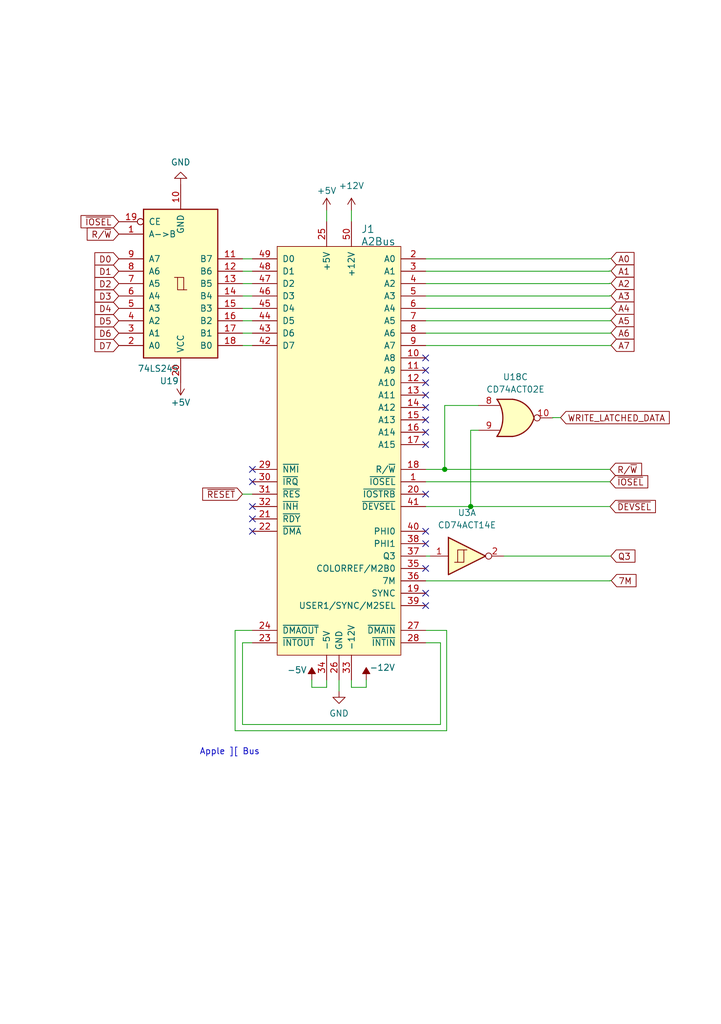
<source format=kicad_sch>
(kicad_sch (version 20230121) (generator eeschema)
  (paper "A5" portrait)
  (title_block (title "MicroSci Floppy Controller (Apple bus interface)") (date "2023-08-25") (rev "0.3") (company "RyuCats"))
  (lib_symbols
    (symbol "74xx:74LS02" (pin_names (offset 1.016))
      (property "Reference" "U" (at 0 1.27 0))
      (property "Value" "74LS02" (at 0 -1.27 0))
      (symbol "74LS02_1_1"
        (arc (start -3.81 -3.81) (mid -2.589 0) (end -3.81 3.81) (stroke (width 0.254)))
        (arc (start -0.6096 -3.81) (mid 2.1842 -2.5851) (end 3.81 0) (stroke (width 0.254)) (fill (type background)))
        (polyline (pts (xy -3.81 -3.81) (xy -0.635 -3.81)) (stroke (width 0.254)) (fill (type background)))
        (polyline (pts (xy -3.81 3.81) (xy -0.635 3.81)) (stroke (width 0.254)) (fill (type background)))
        (polyline (pts (xy -0.635 3.81) (xy -3.81 3.81) (xy -3.81 3.81) (xy -3.556 3.4036) (xy -3.0226 2.2606) (xy -2.6924 1.0414) (xy -2.6162 -0.254) (xy -2.7686 -1.4986) (xy -3.175 -2.7178) (xy -3.81 -3.81) (xy -3.81 -3.81) (xy -0.635 -3.81)) (stroke (width -25.4)) (fill (type background)))
        (arc (start 3.81 0) (mid 2.1915 2.5936) (end -0.6096 3.81) (stroke (width 0.254)) (fill (type background)))
        (pin output inverted (at 7.62 0 180) (length 3.81) (name "~") (number "1"))
        (pin input line (at -7.62 2.54 0) (length 4.318) (name "~") (number "2"))
        (pin input line (at -7.62 -2.54 0) (length 4.318) (name "~") (number "3"))
      )
      (symbol "74LS02_1_2"
        (arc (start 0 -3.81) (mid 3.7934 0) (end 0 3.81) (stroke (width 0.254)) (fill (type background)))
        (polyline (pts (xy 0 3.81) (xy -3.81 3.81) (xy -3.81 -3.81) (xy 0 -3.81)) (stroke (width 0.254)) (fill (type background)))
        (pin output line (at 7.62 0 180) (length 3.81) (name "~") (number "1"))
        (pin input inverted (at -7.62 2.54 0) (length 3.81) (name "~") (number "2"))
        (pin input inverted (at -7.62 -2.54 0) (length 3.81) (name "~") (number "3"))
      )
      (symbol "74LS02_2_1"
        (arc (start -3.81 -3.81) (mid -2.589 0) (end -3.81 3.81) (stroke (width 0.254)))
        (arc (start -0.6096 -3.81) (mid 2.1842 -2.5851) (end 3.81 0) (stroke (width 0.254)) (fill (type background)))
        (polyline (pts (xy -3.81 -3.81) (xy -0.635 -3.81)) (stroke (width 0.254)) (fill (type background)))
        (polyline (pts (xy -3.81 3.81) (xy -0.635 3.81)) (stroke (width 0.254)) (fill (type background)))
        (polyline (pts (xy -0.635 3.81) (xy -3.81 3.81) (xy -3.81 3.81) (xy -3.556 3.4036) (xy -3.0226 2.2606) (xy -2.6924 1.0414) (xy -2.6162 -0.254) (xy -2.7686 -1.4986) (xy -3.175 -2.7178) (xy -3.81 -3.81) (xy -3.81 -3.81) (xy -0.635 -3.81)) (stroke (width -25.4)) (fill (type background)))
        (arc (start 3.81 0) (mid 2.1915 2.5936) (end -0.6096 3.81) (stroke (width 0.254)) (fill (type background)))
        (pin output inverted (at 7.62 0 180) (length 3.81) (name "~") (number "4"))
        (pin input line (at -7.62 2.54 0) (length 4.318) (name "~") (number "5"))
        (pin input line (at -7.62 -2.54 0) (length 4.318) (name "~") (number "6"))
      )
      (symbol "74LS02_2_2"
        (arc (start 0 -3.81) (mid 3.7934 0) (end 0 3.81) (stroke (width 0.254)) (fill (type background)))
        (polyline (pts (xy 0 3.81) (xy -3.81 3.81) (xy -3.81 -3.81) (xy 0 -3.81)) (stroke (width 0.254)) (fill (type background)))
        (pin output line (at 7.62 0 180) (length 3.81) (name "~") (number "4"))
        (pin input inverted (at -7.62 2.54 0) (length 3.81) (name "~") (number "5"))
        (pin input inverted (at -7.62 -2.54 0) (length 3.81) (name "~") (number "6"))
      )
      (symbol "74LS02_3_1"
        (arc (start -3.81 -3.81) (mid -2.589 0) (end -3.81 3.81) (stroke (width 0.254)))
        (arc (start -0.6096 -3.81) (mid 2.1842 -2.5851) (end 3.81 0) (stroke (width 0.254)) (fill (type background)))
        (polyline (pts (xy -3.81 -3.81) (xy -0.635 -3.81)) (stroke (width 0.254)) (fill (type background)))
        (polyline (pts (xy -3.81 3.81) (xy -0.635 3.81)) (stroke (width 0.254)) (fill (type background)))
        (polyline (pts (xy -0.635 3.81) (xy -3.81 3.81) (xy -3.81 3.81) (xy -3.556 3.4036) (xy -3.0226 2.2606) (xy -2.6924 1.0414) (xy -2.6162 -0.254) (xy -2.7686 -1.4986) (xy -3.175 -2.7178) (xy -3.81 -3.81) (xy -3.81 -3.81) (xy -0.635 -3.81)) (stroke (width -25.4)) (fill (type background)))
        (arc (start 3.81 0) (mid 2.1915 2.5936) (end -0.6096 3.81) (stroke (width 0.254)) (fill (type background)))
        (pin output inverted (at 7.62 0 180) (length 3.81) (name "~") (number "10"))
        (pin input line (at -7.62 2.54 0) (length 4.318) (name "~") (number "8"))
        (pin input line (at -7.62 -2.54 0) (length 4.318) (name "~") (number "9"))
      )
      (symbol "74LS02_3_2"
        (arc (start 0 -3.81) (mid 3.7934 0) (end 0 3.81) (stroke (width 0.254)) (fill (type background)))
        (polyline (pts (xy 0 3.81) (xy -3.81 3.81) (xy -3.81 -3.81) (xy 0 -3.81)) (stroke (width 0.254)) (fill (type background)))
        (pin output line (at 7.62 0 180) (length 3.81) (name "~") (number "10"))
        (pin input inverted (at -7.62 2.54 0) (length 3.81) (name "~") (number "8"))
        (pin input inverted (at -7.62 -2.54 0) (length 3.81) (name "~") (number "9"))
      )
      (symbol "74LS02_4_1"
        (arc (start -3.81 -3.81) (mid -2.589 0) (end -3.81 3.81) (stroke (width 0.254)))
        (arc (start -0.6096 -3.81) (mid 2.1842 -2.5851) (end 3.81 0) (stroke (width 0.254)) (fill (type background)))
        (polyline (pts (xy -3.81 -3.81) (xy -0.635 -3.81)) (stroke (width 0.254)) (fill (type background)))
        (polyline (pts (xy -3.81 3.81) (xy -0.635 3.81)) (stroke (width 0.254)) (fill (type background)))
        (polyline (pts (xy -0.635 3.81) (xy -3.81 3.81) (xy -3.81 3.81) (xy -3.556 3.4036) (xy -3.0226 2.2606) (xy -2.6924 1.0414) (xy -2.6162 -0.254) (xy -2.7686 -1.4986) (xy -3.175 -2.7178) (xy -3.81 -3.81) (xy -3.81 -3.81) (xy -0.635 -3.81)) (stroke (width -25.4)) (fill (type background)))
        (arc (start 3.81 0) (mid 2.1915 2.5936) (end -0.6096 3.81) (stroke (width 0.254)) (fill (type background)))
        (pin input line (at -7.62 2.54 0) (length 4.318) (name "~") (number "11"))
        (pin input line (at -7.62 -2.54 0) (length 4.318) (name "~") (number "12"))
        (pin output inverted (at 7.62 0 180) (length 3.81) (name "~") (number "13"))
      )
      (symbol "74LS02_4_2"
        (arc (start 0 -3.81) (mid 3.7934 0) (end 0 3.81) (stroke (width 0.254)) (fill (type background)))
        (polyline (pts (xy 0 3.81) (xy -3.81 3.81) (xy -3.81 -3.81) (xy 0 -3.81)) (stroke (width 0.254)) (fill (type background)))
        (pin input inverted (at -7.62 2.54 0) (length 3.81) (name "~") (number "11"))
        (pin input inverted (at -7.62 -2.54 0) (length 3.81) (name "~") (number "12"))
        (pin output line (at 7.62 0 180) (length 3.81) (name "~") (number "13"))
      )
      (symbol "74LS02_5_0"
        (pin power_in line (at 0 12.7 270) (length 5.08) (name "VCC") (number "14"))
        (pin power_in line (at 0 -12.7 90) (length 5.08) (name "GND") (number "7"))
      )
      (symbol "74LS02_5_1"
        (rectangle (start -5.08 7.62) (end 5.08 -7.62) (stroke (width 0.254)) (fill (type background)))
      )
    )
    (symbol "74xx:74LS14" (pin_names (offset 1.016))
      (property "Reference" "U" (at 0 1.27 0))
      (property "Value" "74LS14" (at 0 -1.27 0))
      (symbol "74LS14_1_0"
        (polyline (pts (xy -3.81 3.81) (xy -3.81 -3.81) (xy 3.81 0) (xy -3.81 3.81)) (stroke (width 0.254)) (fill (type background)))
        (pin input line (at -7.62 0 0) (length 3.81) (name "~") (number "1"))
        (pin output inverted (at 7.62 0 180) (length 3.81) (name "~") (number "2"))
      )
      (symbol "74LS14_1_1"
        (polyline (pts (xy -1.905 -1.27) (xy -1.905 1.27) (xy -0.635 1.27)))
        (polyline (pts (xy -2.54 -1.27) (xy -0.635 -1.27) (xy -0.635 1.27) (xy 0 1.27)))
      )
      (symbol "74LS14_2_0"
        (polyline (pts (xy -3.81 3.81) (xy -3.81 -3.81) (xy 3.81 0) (xy -3.81 3.81)) (stroke (width 0.254)) (fill (type background)))
        (pin input line (at -7.62 0 0) (length 3.81) (name "~") (number "3"))
        (pin output inverted (at 7.62 0 180) (length 3.81) (name "~") (number "4"))
      )
      (symbol "74LS14_2_1"
        (polyline (pts (xy -1.905 -1.27) (xy -1.905 1.27) (xy -0.635 1.27)))
        (polyline (pts (xy -2.54 -1.27) (xy -0.635 -1.27) (xy -0.635 1.27) (xy 0 1.27)))
      )
      (symbol "74LS14_3_0"
        (polyline (pts (xy -3.81 3.81) (xy -3.81 -3.81) (xy 3.81 0) (xy -3.81 3.81)) (stroke (width 0.254)) (fill (type background)))
        (pin input line (at -7.62 0 0) (length 3.81) (name "~") (number "5"))
        (pin output inverted (at 7.62 0 180) (length 3.81) (name "~") (number "6"))
      )
      (symbol "74LS14_3_1"
        (polyline (pts (xy -1.905 -1.27) (xy -1.905 1.27) (xy -0.635 1.27)))
        (polyline (pts (xy -2.54 -1.27) (xy -0.635 -1.27) (xy -0.635 1.27) (xy 0 1.27)))
      )
      (symbol "74LS14_4_0"
        (polyline (pts (xy -3.81 3.81) (xy -3.81 -3.81) (xy 3.81 0) (xy -3.81 3.81)) (stroke (width 0.254)) (fill (type background)))
        (pin output inverted (at 7.62 0 180) (length 3.81) (name "~") (number "8"))
        (pin input line (at -7.62 0 0) (length 3.81) (name "~") (number "9"))
      )
      (symbol "74LS14_4_1"
        (polyline (pts (xy -1.905 -1.27) (xy -1.905 1.27) (xy -0.635 1.27)))
        (polyline (pts (xy -2.54 -1.27) (xy -0.635 -1.27) (xy -0.635 1.27) (xy 0 1.27)))
      )
      (symbol "74LS14_5_0"
        (polyline (pts (xy -3.81 3.81) (xy -3.81 -3.81) (xy 3.81 0) (xy -3.81 3.81)) (stroke (width 0.254)) (fill (type background)))
        (pin output inverted (at 7.62 0 180) (length 3.81) (name "~") (number "10"))
        (pin input line (at -7.62 0 0) (length 3.81) (name "~") (number "11"))
      )
      (symbol "74LS14_5_1"
        (polyline (pts (xy -1.905 -1.27) (xy -1.905 1.27) (xy -0.635 1.27)))
        (polyline (pts (xy -2.54 -1.27) (xy -0.635 -1.27) (xy -0.635 1.27) (xy 0 1.27)))
      )
      (symbol "74LS14_6_0"
        (polyline (pts (xy -3.81 3.81) (xy -3.81 -3.81) (xy 3.81 0) (xy -3.81 3.81)) (stroke (width 0.254)) (fill (type background)))
        (pin output inverted (at 7.62 0 180) (length 3.81) (name "~") (number "12"))
        (pin input line (at -7.62 0 0) (length 3.81) (name "~") (number "13"))
      )
      (symbol "74LS14_6_1"
        (polyline (pts (xy -1.905 -1.27) (xy -1.905 1.27) (xy -0.635 1.27)))
        (polyline (pts (xy -2.54 -1.27) (xy -0.635 -1.27) (xy -0.635 1.27) (xy 0 1.27)))
      )
      (symbol "74LS14_7_0"
        (pin power_in line (at 0 12.7 270) (length 5.08) (name "VCC") (number "14"))
        (pin power_in line (at 0 -12.7 90) (length 5.08) (name "GND") (number "7"))
      )
      (symbol "74LS14_7_1"
        (rectangle (start -5.08 7.62) (end 5.08 -7.62) (stroke (width 0.254)) (fill (type background)))
      )
    )
    (symbol "74xx:74LS245" (pin_names (offset 1.016))
      (property "Reference" "U" (at -7.62 16.51 0))
      (property "Value" "74LS245" (at -7.62 -16.51 0))
      (symbol "74LS245_1_0"
        (polyline (pts (xy -0.635 -1.27) (xy -0.635 1.27) (xy 0.635 1.27)))
        (polyline (pts (xy -1.27 -1.27) (xy 0.635 -1.27) (xy 0.635 1.27) (xy 1.27 1.27)))
        (pin input line (at -12.7 -10.16 0) (length 5.08) (name "A->B") (number "1"))
        (pin power_in line (at 0 -20.32 90) (length 5.08) (name "GND") (number "10"))
        (pin tri_state line (at 12.7 -5.08 180) (length 5.08) (name "B7") (number "11"))
        (pin tri_state line (at 12.7 -2.54 180) (length 5.08) (name "B6") (number "12"))
        (pin tri_state line (at 12.7 0 180) (length 5.08) (name "B5") (number "13"))
        (pin tri_state line (at 12.7 2.54 180) (length 5.08) (name "B4") (number "14"))
        (pin tri_state line (at 12.7 5.08 180) (length 5.08) (name "B3") (number "15"))
        (pin tri_state line (at 12.7 7.62 180) (length 5.08) (name "B2") (number "16"))
        (pin tri_state line (at 12.7 10.16 180) (length 5.08) (name "B1") (number "17"))
        (pin tri_state line (at 12.7 12.7 180) (length 5.08) (name "B0") (number "18"))
        (pin input inverted (at -12.7 -12.7 0) (length 5.08) (name "CE") (number "19"))
        (pin tri_state line (at -12.7 12.7 0) (length 5.08) (name "A0") (number "2"))
        (pin power_in line (at 0 20.32 270) (length 5.08) (name "VCC") (number "20"))
        (pin tri_state line (at -12.7 10.16 0) (length 5.08) (name "A1") (number "3"))
        (pin tri_state line (at -12.7 7.62 0) (length 5.08) (name "A2") (number "4"))
        (pin tri_state line (at -12.7 5.08 0) (length 5.08) (name "A3") (number "5"))
        (pin tri_state line (at -12.7 2.54 0) (length 5.08) (name "A4") (number "6"))
        (pin tri_state line (at -12.7 0 0) (length 5.08) (name "A5") (number "7"))
        (pin tri_state line (at -12.7 -2.54 0) (length 5.08) (name "A6") (number "8"))
        (pin tri_state line (at -12.7 -5.08 0) (length 5.08) (name "A7") (number "9"))
      )
      (symbol "74LS245_1_1"
        (rectangle (start -7.62 15.24) (end 7.62 -15.24) (stroke (width 0.254)) (fill (type background)))
      )
    )
    (symbol "apple2:A2Bus" (pin_names (offset 1.016))
      (property "Reference" "P" (at -6.35 45.085 0))
      (property "Value" "A2Bus" (at -6.35 42.545 0))
      (symbol "A2Bus_0_1"
        (rectangle (start -12.7 40.64) (end 12.7 -43.18) (fill (type background)))
      )
      (symbol "A2Bus_1_1"
        (pin output line (at 17.78 -7.62 180) (length 5.08) (name "~{IOSEL}") (number "1"))
        (pin bidirectional line (at 17.78 17.78 180) (length 5.08) (name "A8") (number "10"))
        (pin bidirectional line (at 17.78 15.24 180) (length 5.08) (name "A9") (number "11"))
        (pin bidirectional line (at 17.78 12.7 180) (length 5.08) (name "A10") (number "12"))
        (pin bidirectional line (at 17.78 10.16 180) (length 5.08) (name "A11") (number "13"))
        (pin bidirectional line (at 17.78 7.62 180) (length 5.08) (name "A12") (number "14"))
        (pin bidirectional line (at 17.78 5.08 180) (length 5.08) (name "A13") (number "15"))
        (pin bidirectional line (at 17.78 2.54 180) (length 5.08) (name "A14") (number "16"))
        (pin bidirectional line (at 17.78 0 180) (length 5.08) (name "A15") (number "17"))
        (pin bidirectional line (at 17.78 -5.08 180) (length 5.08) (name "R/~{W}") (number "18"))
        (pin output line (at 17.78 -30.48 180) (length 5.08) (name "SYNC") (number "19"))
        (pin bidirectional line (at 17.78 38.1 180) (length 5.08) (name "A0") (number "2"))
        (pin output line (at 17.78 -10.16 180) (length 5.08) (name "~{IOSTRB}") (number "20"))
        (pin input line (at -17.78 -15.24 0) (length 5.08) (name "~{RDY}") (number "21"))
        (pin input line (at -17.78 -17.78 0) (length 5.08) (name "~{DMA}") (number "22"))
        (pin input line (at -17.78 -40.64 0) (length 5.08) (name "~{INTOUT}") (number "23"))
        (pin input line (at -17.78 -38.1 0) (length 5.08) (name "~{DMAOUT}") (number "24"))
        (pin power_out line (at -2.54 45.72 270) (length 5.08) (name "+5V") (number "25"))
        (pin power_out line (at 0 -48.26 90) (length 5.08) (name "GND") (number "26"))
        (pin output line (at 17.78 -38.1 180) (length 5.08) (name "~{DMAIN}") (number "27"))
        (pin output line (at 17.78 -40.64 180) (length 5.08) (name "~{INTIN}") (number "28"))
        (pin input line (at -17.78 -5.08 0) (length 5.08) (name "~{NMI}") (number "29"))
        (pin bidirectional line (at 17.78 35.56 180) (length 5.08) (name "A1") (number "3"))
        (pin input line (at -17.78 -7.62 0) (length 5.08) (name "~{IRQ}") (number "30"))
        (pin bidirectional line (at -17.78 -10.16 0) (length 5.08) (name "~{RES}") (number "31"))
        (pin input line (at -17.78 -12.7 0) (length 5.08) (name "~{INH}") (number "32"))
        (pin power_out line (at 2.54 -48.26 90) (length 5.08) (name "-12V") (number "33"))
        (pin power_out line (at -2.54 -48.26 90) (length 5.08) (name "-5V") (number "34"))
        (pin output line (at 17.78 -25.4 180) (length 5.08) (name "COLORREF/M2B0") (number "35"))
        (pin output line (at 17.78 -27.94 180) (length 5.08) (name "7M") (number "36"))
        (pin output line (at 17.78 -22.86 180) (length 5.08) (name "Q3") (number "37"))
        (pin output line (at 17.78 -20.32 180) (length 5.08) (name "PHI1") (number "38"))
        (pin output line (at 17.78 -33.02 180) (length 5.08) (name "USER1/SYNC/M2SEL") (number "39"))
        (pin bidirectional line (at 17.78 33.02 180) (length 5.08) (name "A2") (number "4"))
        (pin output line (at 17.78 -17.78 180) (length 5.08) (name "PHI0") (number "40"))
        (pin output line (at 17.78 -12.7 180) (length 5.08) (name "~{DEVSEL}") (number "41"))
        (pin bidirectional line (at -17.78 20.32 0) (length 5.08) (name "D7") (number "42"))
        (pin bidirectional line (at -17.78 22.86 0) (length 5.08) (name "D6") (number "43"))
        (pin bidirectional line (at -17.78 25.4 0) (length 5.08) (name "D5") (number "44"))
        (pin bidirectional line (at -17.78 27.94 0) (length 5.08) (name "D4") (number "45"))
        (pin bidirectional line (at -17.78 30.48 0) (length 5.08) (name "D3") (number "46"))
        (pin bidirectional line (at -17.78 33.02 0) (length 5.08) (name "D2") (number "47"))
        (pin bidirectional line (at -17.78 35.56 0) (length 5.08) (name "D1") (number "48"))
        (pin bidirectional line (at -17.78 38.1 0) (length 5.08) (name "D0") (number "49"))
        (pin bidirectional line (at 17.78 30.48 180) (length 5.08) (name "A3") (number "5"))
        (pin power_out line (at 2.54 45.72 270) (length 5.08) (name "+12V") (number "50"))
        (pin bidirectional line (at 17.78 27.94 180) (length 5.08) (name "A4") (number "6"))
        (pin bidirectional line (at 17.78 25.4 180) (length 5.08) (name "A5") (number "7"))
        (pin bidirectional line (at 17.78 22.86 180) (length 5.08) (name "A6") (number "8"))
        (pin bidirectional line (at 17.78 20.32 180) (length 5.08) (name "A7") (number "9"))
      )
    )
    (symbol "power:+12V" (power) (pin_names (offset 0))
      (property "Value" "+12V" (at 0 3.556 0))
      (symbol "+12V_0_1"
        (polyline (pts (xy -0.762 1.27) (xy 0 2.54)))
        (polyline (pts (xy 0 0) (xy 0 2.54)))
        (polyline (pts (xy 0 2.54) (xy 0.762 1.27)))
      )
      (symbol "+12V_1_1"
        (pin power_in line (at 0 0 90) (length 0) hide (name "+12V") (number "1"))
      )
    )
    (symbol "power:+5V" (power) (pin_names (offset 0))
      (property "Value" "+5V" (at 0 3.556 0))
      (symbol "+5V_0_1"
        (polyline (pts (xy -0.762 1.27) (xy 0 2.54)))
        (polyline (pts (xy 0 0) (xy 0 2.54)))
        (polyline (pts (xy 0 2.54) (xy 0.762 1.27)))
      )
      (symbol "+5V_1_1"
        (pin power_in line (at 0 0 90) (length 0) hide (name "+5V") (number "1"))
      )
    )
    (symbol "power:-12V" (power) (pin_names (offset 0))
      (property "Value" "-12V" (at 0 3.81 0))
      (symbol "-12V_0_0"
        (pin power_in line (at 0 0 90) (length 0) hide (name "-12V") (number "1"))
      )
      (symbol "-12V_0_1"
        (polyline (pts (xy 0 0) (xy 0 1.27) (xy 0.762 1.27) (xy 0 2.54) (xy -0.762 1.27) (xy 0 1.27)) (fill (type outline)))
      )
    )
    (symbol "power:-5V" (power) (pin_names (offset 0))
      (property "Value" "-5V" (at 0 3.81 0))
      (symbol "-5V_0_0"
        (pin power_in line (at 0 0 90) (length 0) hide (name "-5V") (number "1"))
      )
      (symbol "-5V_0_1"
        (polyline (pts (xy 0 0) (xy 0 1.27) (xy 0.762 1.27) (xy 0 2.54) (xy -0.762 1.27) (xy 0 1.27)) (fill (type outline)))
      )
    )
    (symbol "power:GND" (power) (pin_names (offset 0))
      (property "Value" "GND" (at 0 -3.81 0))
      (symbol "GND_0_1"
        (polyline (pts (xy 0 0) (xy 0 -1.27) (xy 1.27 -1.27) (xy 0 -2.54) (xy -1.27 -1.27) (xy 0 -1.27)))
      )
      (symbol "GND_1_1"
        (pin power_in line (at 0 0 270) (length 0) hide (name "GND") (number "1"))
      )
    )
  )
  (junction (at 96.6216 103.886))
  (junction (at 91.2876 96.266))
  (no_connect (at 87.376 108.966))
  (no_connect (at 87.376 81.026))
  (no_connect (at 87.376 121.666))
  (no_connect (at 87.376 101.346))
  (no_connect (at 87.376 116.586))
  (no_connect (at 87.376 86.106))
  (no_connect (at 87.376 124.206))
  (no_connect (at 51.816 103.886))
  (no_connect (at 51.816 96.266))
  (no_connect (at 87.376 111.506))
  (no_connect (at 87.376 83.566))
  (no_connect (at 51.816 106.426))
  (no_connect (at 51.816 98.806))
  (no_connect (at 87.376 88.646))
  (no_connect (at 51.816 108.966))
  (no_connect (at 87.376 91.186))
  (no_connect (at 87.376 73.406))
  (no_connect (at 87.376 78.486))
  (no_connect (at 87.376 75.946))
  (wire (pts (xy 96.6216 88.2396) (xy 96.6216 103.886)))
  (wire (pts (xy 51.816 60.706) (xy 49.784 60.706)))
  (wire (pts (xy 48.26 129.286) (xy 48.26 149.86)))
  (wire (pts (xy 48.26 149.86) (xy 91.694 149.86)))
  (wire (pts (xy 91.2876 83.1596) (xy 98.1964 83.1596)))
  (wire (pts (xy 125.2728 65.7352) (xy 125.2728 65.786)))
  (wire (pts (xy 125.1712 60.6552) (xy 125.1712 60.706)))
  (wire (pts (xy 125.0696 55.626) (xy 87.376 55.626)))
  (wire (pts (xy 64.008 139.446) (xy 64.008 140.97)))
  (wire (pts (xy 125.3236 68.2752) (xy 125.4252 68.2752)))
  (wire (pts (xy 125.1204 58.1152) (xy 125.1204 58.166)))
  (wire (pts (xy 125.222 119.126) (xy 87.376 119.126)))
  (wire (pts (xy 90.424 131.826) (xy 87.376 131.826)))
  (wire (pts (xy 51.816 70.866) (xy 49.784 70.866)))
  (wire (pts (xy 125.1204 58.166) (xy 87.376 58.166)))
  (wire (pts (xy 125.1204 58.1152) (xy 125.4252 58.1152)))
  (wire (pts (xy 91.2876 96.266) (xy 125.222 96.266)))
  (wire (pts (xy 125.3744 70.866) (xy 87.376 70.866)))
  (wire (pts (xy 125.2728 65.786) (xy 87.376 65.786)))
  (wire (pts (xy 87.376 98.806) (xy 125.222 98.806)))
  (wire (pts (xy 125.3744 70.8152) (xy 125.3744 70.866)))
  (wire (pts (xy 67.056 43.18) (xy 67.056 45.466)))
  (wire (pts (xy 51.816 58.166) (xy 49.784 58.166)))
  (wire (pts (xy 91.2876 83.1596) (xy 91.2876 96.266)))
  (wire (pts (xy 125.0188 53.0352) (xy 125.0188 53.086)))
  (wire (pts (xy 103.4796 114.046) (xy 125.3744 114.046)))
  (wire (pts (xy 69.596 139.446) (xy 69.596 141.732)))
  (wire (pts (xy 113.4872 85.6996) (xy 113.4872 85.6488)))
  (wire (pts (xy 51.816 55.626) (xy 49.784 55.626)))
  (wire (pts (xy 113.4872 85.6488) (xy 115.062 85.6488)))
  (wire (pts (xy 91.694 129.286) (xy 87.376 129.286)))
  (wire (pts (xy 125.0188 53.086) (xy 87.376 53.086)))
  (wire (pts (xy 51.816 131.826) (xy 49.784 131.826)))
  (wire (pts (xy 125.3236 68.326) (xy 87.376 68.326)))
  (wire (pts (xy 51.816 53.086) (xy 49.784 53.086)))
  (wire (pts (xy 51.816 129.286) (xy 48.26 129.286)))
  (wire (pts (xy 125.0696 55.5752) (xy 125.4252 55.5752)))
  (wire (pts (xy 125.222 119.0752) (xy 125.222 119.126)))
  (wire (pts (xy 87.376 114.046) (xy 88.2396 114.046)))
  (wire (pts (xy 51.816 65.786) (xy 49.784 65.786)))
  (wire (pts (xy 72.136 43.18) (xy 72.136 45.466)))
  (wire (pts (xy 49.784 148.59) (xy 90.424 148.59)))
  (wire (pts (xy 91.694 149.86) (xy 91.694 129.286)))
  (wire (pts (xy 67.056 140.97) (xy 67.056 139.446)))
  (wire (pts (xy 51.816 63.246) (xy 49.784 63.246)))
  (wire (pts (xy 125.3744 70.8152) (xy 125.4252 70.8152)))
  (wire (pts (xy 72.136 140.97) (xy 75.184 140.97)))
  (wire (pts (xy 125.1712 60.6552) (xy 125.4252 60.6552)))
  (wire (pts (xy 49.784 131.826) (xy 49.784 148.59)))
  (wire (pts (xy 64.008 140.97) (xy 67.056 140.97)))
  (wire (pts (xy 125.222 119.0752) (xy 125.476 119.0752)))
  (wire (pts (xy 125.2728 65.7352) (xy 125.4252 65.7352)))
  (wire (pts (xy 72.136 139.446) (xy 72.136 140.97)))
  (wire (pts (xy 87.376 96.266) (xy 91.2876 96.266)))
  (wire (pts (xy 125.1712 60.706) (xy 87.376 60.706)))
  (wire (pts (xy 125.0188 53.0352) (xy 125.4252 53.0352)))
  (wire (pts (xy 125.222 63.246) (xy 87.376 63.246)))
  (wire (pts (xy 125.3236 68.2752) (xy 125.3236 68.326)))
  (wire (pts (xy 113.4364 85.6996) (xy 113.4872 85.6996)))
  (wire (pts (xy 87.376 103.886) (xy 96.6216 103.886)))
  (wire (pts (xy 51.816 68.326) (xy 49.784 68.326)))
  (wire (pts (xy 125.0696 55.5752) (xy 125.0696 55.626)))
  (wire (pts (xy 125.222 63.1952) (xy 125.222 63.246)))
  (wire (pts (xy 125.222 63.1952) (xy 125.4252 63.1952)))
  (wire (pts (xy 51.816 101.346) (xy 49.784 101.346)))
  (wire (pts (xy 90.424 148.59) (xy 90.424 131.826)))
  (wire (pts (xy 96.6216 103.886) (xy 125.222 103.886)))
  (wire (pts (xy 75.184 140.97) (xy 75.184 139.446)))
  (wire (pts (xy 96.6216 88.2396) (xy 98.1964 88.2396)))
  (text "Apple ][ Bus" (at 40.9448 155.0162 0) (effects (font (size 1.27 1.27)) (justify left bottom)))
  (global_label "A6" (shape input) (at 125.4252 68.2752 0) (property "Intersheetrefs" "${INTERSHEET_REFS}" (effects hide)))
  (global_label "D2" (shape input) (at 24.384 58.166 180) (property "Intersheetrefs" "${INTERSHEET_REFS}" (effects hide)))
  (global_label "D3" (shape input) (at 24.384 60.706 180) (property "Intersheetrefs" "${INTERSHEET_REFS}" (effects hide)))
  (global_label "~{IOSEL}" (shape input) (at 24.384 45.466 180) (property "Intersheetrefs" "${INTERSHEET_REFS}" (effects hide)))
  (global_label "R{slash}~{W}" (shape input) (at 24.384 48.006 180) (property "Intersheetrefs" "${INTERSHEET_REFS}" (effects hide)))
  (global_label "D0" (shape input) (at 24.384 53.086 180) (property "Intersheetrefs" "${INTERSHEET_REFS}" (effects hide)))
  (global_label "~{IOSEL}" (shape input) (at 125.222 98.806 0) (property "Intersheetrefs" "${INTERSHEET_REFS}" (effects hide)))
  (global_label "WRITE_LATCHED_DATA" (shape input) (at 115.062 85.6488 0) (property "Intersheetrefs" "${INTERSHEET_REFS}" (effects hide)))
  (global_label "~{RESET}" (shape input) (at 49.784 101.346 180) (property "Intersheetrefs" "${INTERSHEET_REFS}" (effects hide)))
  (global_label "R{slash}~{W}" (shape input) (at 125.222 96.266 0) (property "Intersheetrefs" "${INTERSHEET_REFS}" (effects hide)))
  (global_label "A1" (shape input) (at 125.4252 55.5752 0) (property "Intersheetrefs" "${INTERSHEET_REFS}" (effects hide)))
  (global_label "A7" (shape input) (at 125.4252 70.8152 0) (property "Intersheetrefs" "${INTERSHEET_REFS}" (effects hide)))
  (global_label "D4" (shape input) (at 24.384 63.246 180) (property "Intersheetrefs" "${INTERSHEET_REFS}" (effects hide)))
  (global_label "A3" (shape input) (at 125.4252 60.6552 0) (property "Intersheetrefs" "${INTERSHEET_REFS}" (effects hide)))
  (global_label "D5" (shape input) (at 24.384 65.786 180) (property "Intersheetrefs" "${INTERSHEET_REFS}" (effects hide)))
  (global_label "D1" (shape input) (at 24.384 55.626 180) (property "Intersheetrefs" "${INTERSHEET_REFS}" (effects hide)))
  (global_label "A2" (shape input) (at 125.4252 58.1152 0) (property "Intersheetrefs" "${INTERSHEET_REFS}" (effects hide)))
  (global_label "~{DEVSEL}" (shape input) (at 125.222 103.886 0) (property "Intersheetrefs" "${INTERSHEET_REFS}" (effects hide)))
  (global_label "Q3" (shape input) (at 125.3744 114.046 0) (property "Intersheetrefs" "${INTERSHEET_REFS}" (effects hide)))
  (global_label "D6" (shape input) (at 24.384 68.326 180) (property "Intersheetrefs" "${INTERSHEET_REFS}" (effects hide)))
  (global_label "D7" (shape input) (at 24.384 70.866 180) (property "Intersheetrefs" "${INTERSHEET_REFS}" (effects hide)))
  (global_label "A0" (shape input) (at 125.4252 53.0352 0) (property "Intersheetrefs" "${INTERSHEET_REFS}" (effects hide)))
  (global_label "A4" (shape input) (at 125.4252 63.1952 0) (property "Intersheetrefs" "${INTERSHEET_REFS}" (effects hide)))
  (global_label "7M" (shape input) (at 125.476 119.0752 0) (property "Intersheetrefs" "${INTERSHEET_REFS}" (effects hide)))
  (global_label "A5" (shape input) (at 125.4252 65.7352 0) (property "Intersheetrefs" "${INTERSHEET_REFS}" (effects hide)))
  (symbol (lib_id "power:-5V") (at 64.008 139.446 0) (unit 1)
    (property "Reference" "#PWR04" (effects hide))
    (property "Value" "-5V" (at 60.96 137.414 0))
    (instances (project "MicroSci Floppy Controller" (path "" (reference "#PWR04") (unit 1)) (path "" (reference "#PWR01") (unit 1))))
  )
  (symbol (lib_id "power:+5V") (at 37.084 78.486 0) (mirror x) (unit 1)
    (property "Reference" "#PWR01" (effects hide))
    (property "Value" "+5V" (at 37.084 82.55 0))
    (instances (project "MicroSci Floppy Controller" (path "" (reference "#PWR01") (unit 1)) (path "" (reference "#PWR0131") (unit 1))) (project "Sequential Systems Q-Print" (path "" (reference "#PWR09") (unit 1))))
  )
  (symbol (lib_id "apple2:A2Bus") (at 69.596 91.186 0) (unit 1)
    (property "Reference" "J1" (at 74.0919 46.99 0) (effects (font (size 1.524 1.524)) (justify left)))
    (property "Value" "A2Bus" (at 74.0919 49.53 0) (effects (font (size 1.524 1.524)) (justify left)))
    (property "Footprint" "apple2:Male_Card-Edge_50_pin__100_mil" (effects hide))
    (property "Datasheet" "https://allpinouts.org/pinouts/connectors/buses/apple-ii-slot/" (effects hide))
    (instances (project "MicroSci Floppy Controller" (path "" (reference "J1") (unit 1)) (path "" (reference "J1") (unit 1))) (project "Sequential Systems Q-Print" (path "" (reference "BUS1") (unit 1))))
  )
  (symbol (lib_id "power:GND") (at 37.084 37.846 0) (mirror x) (unit 1)
    (property "Reference" "#PWR02" (effects hide))
    (property "Value" "GND" (at 37.084 33.274 0))
    (instances (project "MicroSci Floppy Controller" (path "" (reference "#PWR02") (unit 1)) (path "" (reference "#PWR0130") (unit 1))) (project "Sequential Systems Q-Print" (path "" (reference "#PWR08") (unit 1))))
  )
  (symbol (lib_id "74xx:74LS245") (at 37.084 58.166 0) (mirror x) (unit 1)
    (property "Reference" "U19" (at 36.7381 78.1304 0) (effects (justify right)))
    (property "Value" "74LS245" (at 36.7381 75.5904 0) (effects (justify right)))
    (property "Footprint" "Package_DIP:DIP-20_W7.62mm" (effects hide))
    (property "Datasheet" "http://www.ti.com/lit/gpn/sn74LS245" (effects hide))
  )
  (symbol (lib_id "74xx:74LS14") (at 95.8596 114.046 0) (unit 1)
    (property "Reference" "U3" (at 95.8596 105.156 0))
    (property "Value" "CD74ACT14E" (at 95.8596 107.696 0))
    (property "Footprint" "Package_DIP:DIP-14_W7.62mm" (effects hide))
    (property "Datasheet" "http://www.ti.com/lit/gpn/sn74LS14" (effects hide))
  )
  (symbol (lib_id "power:+12V") (at 72.136 43.18 0) (unit 1)
    (property "Reference" "#PWR05" (effects hide))
    (property "Value" "+12V" (at 72.136 38.1 0))
    (instances (project "MicroSci Floppy Controller" (path "" (reference "#PWR05") (unit 1)) (path "" (reference "#PWR04") (unit 1))))
  )
  (symbol (lib_id "power:-12V") (at 75.184 139.446 0) (unit 1)
    (property "Reference" "#PWR03" (effects hide))
    (property "Value" "-12V" (at 78.486 136.906 0))
    (instances (project "MicroSci Floppy Controller" (path "" (reference "#PWR03") (unit 1)) (path "" (reference "#PWR05") (unit 1))))
  )
  (symbol (lib_id "power:+5V") (at 67.056 43.18 0) (unit 1)
    (property "Reference" "#PWR01" (effects hide))
    (property "Value" "+5V" (at 67.056 39.116 0))
    (instances (project "MicroSci Floppy Controller" (path "" (reference "#PWR01") (unit 1)) (path "" (reference "#PWR02") (unit 1))) (project "Sequential Systems Q-Print" (path "" (reference "#PWR09") (unit 1))))
  )
  (symbol (lib_id "74xx:74LS02") (at 105.8164 85.6996 0) (unit 3)
    (property "Reference" "U18" (at 105.8164 77.3176 0))
    (property "Value" "CD74ACT02E" (at 105.8164 79.8576 0))
    (property "Footprint" "Package_DIP:DIP-14_W7.62mm" (effects hide))
    (property "Datasheet" "http://www.ti.com/lit/gpn/sn74ls02" (effects hide))
  )
  (symbol (lib_id "power:GND") (at 69.596 141.732 0) (unit 1)
    (property "Reference" "#PWR02" (effects hide))
    (property "Value" "GND" (at 69.596 146.304 0))
    (instances (project "MicroSci Floppy Controller" (path "" (reference "#PWR02") (unit 1)) (path "" (reference "#PWR03") (unit 1))) (project "Sequential Systems Q-Print" (path "" (reference "#PWR08") (unit 1))))
  )
)
</source>
